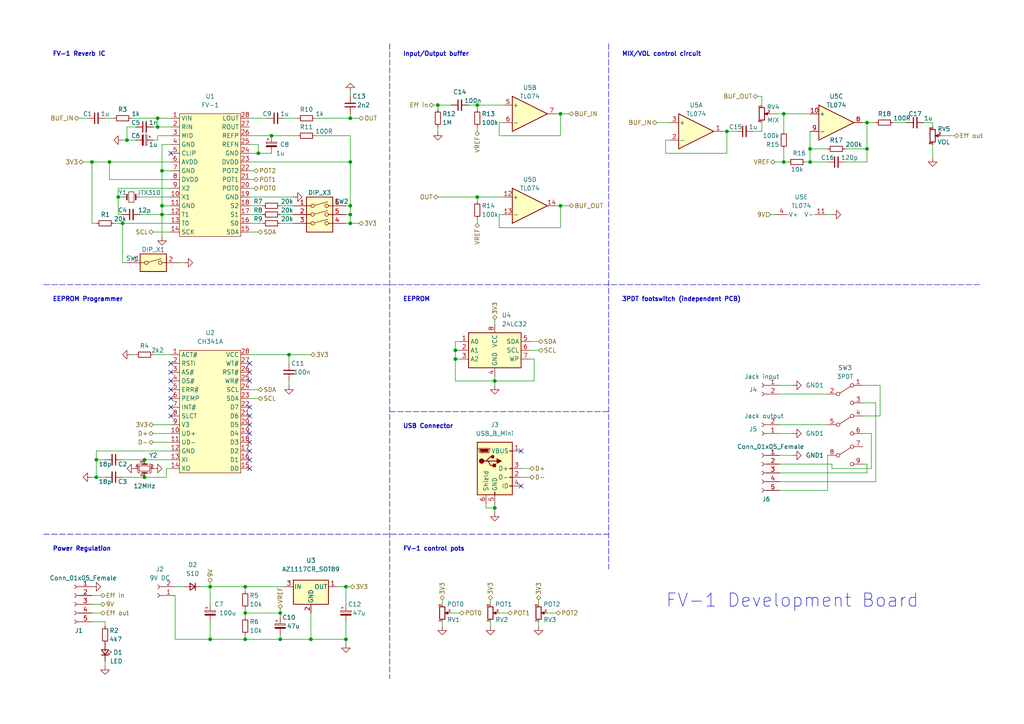
<source format=kicad_sch>
(kicad_sch (version 20211123) (generator eeschema)
  (paper "A4")
  (lib_symbols
    (symbol "Amplifier_Operational:TL074" (pin_names (offset 0.127))
      (property "Reference" "U" (at 0 5.08 0))
      (property "Value" "TL074" (at 0 -5.08 0))
      (symbol "TL074_1_1"
        (pin output line (at 7.62 0 180) (length 2.54) (name "~") (number "1"))
        (pin input line (at -7.62 -2.54 0) (length 2.54) (name "-") (number "2"))
        (pin input line (at -7.62 2.54 0) (length 2.54) (name "+") (number "3"))
      )
      (symbol "TL074_2_1"
        (pin input line (at -7.62 2.54 0) (length 2.54) (name "+") (number "5"))
        (pin input line (at -7.62 -2.54 0) (length 2.54) (name "-") (number "6"))
        (pin output line (at 7.62 0 180) (length 2.54) (name "~") (number "7"))
      )
      (symbol "TL074_3_1"
        (pin input line (at -7.62 2.54 0) (length 2.54) (name "+") (number "10"))
        (pin output line (at 7.62 0 180) (length 2.54) (name "~") (number "8"))
        (pin input line (at -7.62 -2.54 0) (length 2.54) (name "-") (number "9"))
      )
      (symbol "TL074_4_1"
        (pin input line (at -7.62 2.54 0) (length 2.54) (name "+") (number "12"))
        (pin input line (at -7.62 -2.54 0) (length 2.54) (name "-") (number "13"))
        (pin output line (at 7.62 0 180) (length 2.54) (name "~") (number "14"))
      )
      (symbol "TL074_5_1"
        (pin power_in line (at -2.54 -7.62 90) (length 3.81) (name "V-") (number "11"))
        (pin power_in line (at -2.54 7.62 270) (length 3.81) (name "V+") (number "4"))
      )
    )
    (symbol "Connector:Conn_01x02_Female" (pin_names (offset 1.016) hide)
      (property "Reference" "J" (at 0 2.54 0))
      (property "Value" "Conn_01x02_Female" (at 0 -5.08 0))
      (symbol "Conn_01x02_Female_1_1"
        (pin passive line (at -5.08 0 0) (length 3.81) (name "Pin_1") (number "1"))
        (pin passive line (at -5.08 -2.54 0) (length 3.81) (name "Pin_2") (number "2"))
      )
    )
    (symbol "Connector:Conn_01x05_Female" (pin_names (offset 1.016) hide)
      (property "Reference" "J" (at 0 7.62 0))
      (property "Value" "Conn_01x05_Female" (at 0 -7.62 0))
      (symbol "Conn_01x05_Female_1_1"
        (pin passive line (at -5.08 5.08 0) (length 3.81) (name "Pin_1") (number "1"))
        (pin passive line (at -5.08 2.54 0) (length 3.81) (name "Pin_2") (number "2"))
        (pin passive line (at -5.08 0 0) (length 3.81) (name "Pin_3") (number "3"))
        (pin passive line (at -5.08 -2.54 0) (length 3.81) (name "Pin_4") (number "4"))
        (pin passive line (at -5.08 -5.08 0) (length 3.81) (name "Pin_5") (number "5"))
      )
    )
    (symbol "Connector:USB_B_Mini" (pin_names (offset 1.016))
      (property "Reference" "J" (at -5.08 11.43 0))
      (property "Value" "USB_B_Mini" (at -5.08 8.89 0))
      (symbol "USB_B_Mini_1_1"
        (pin power_out line (at 7.62 5.08 180) (length 2.54) (name "VBUS") (number "1"))
        (pin bidirectional line (at 7.62 -2.54 180) (length 2.54) (name "D-") (number "2"))
        (pin bidirectional line (at 7.62 0 180) (length 2.54) (name "D+") (number "3"))
        (pin passive line (at 7.62 -5.08 180) (length 2.54) (name "ID") (number "4"))
        (pin power_out line (at 0 -10.16 90) (length 2.54) (name "GND") (number "5"))
        (pin passive line (at -2.54 -10.16 90) (length 2.54) (name "Shield") (number "6"))
      )
    )
    (symbol "Device:C_Polarized_Small" (pin_numbers hide) (pin_names (offset 0.254) hide)
      (property "Reference" "C" (at 0.254 1.778 0))
      (property "Value" "C_Polarized_Small" (at 0.254 -2.032 0))
      (symbol "C_Polarized_Small_1_1"
        (pin passive line (at 0 2.54 270) (length 1.8542) (name "~") (number "1"))
        (pin passive line (at 0 -2.54 90) (length 1.8542) (name "~") (number "2"))
      )
    )
    (symbol "Device:C_Small" (pin_numbers hide) (pin_names (offset 0.254) hide)
      (property "Reference" "C" (at 0.254 1.778 0))
      (property "Value" "C_Small" (at 0.254 -2.032 0))
      (symbol "C_Small_1_1"
        (pin passive line (at 0 2.54 270) (length 2.032) (name "~") (number "1"))
        (pin passive line (at 0 -2.54 90) (length 2.032) (name "~") (number "2"))
      )
    )
    (symbol "Device:Crystal_GND24_Small" (pin_names (offset 1.016) hide)
      (property "Reference" "Y" (at 1.27 4.445 0))
      (property "Value" "Crystal_GND24_Small" (at 1.27 2.54 0))
      (symbol "Crystal_GND24_Small_1_1"
        (pin passive line (at -2.54 0 0) (length 1.27) (name "1") (number "1"))
        (pin passive line (at 0 -2.54 90) (length 0.635) (name "2") (number "2"))
        (pin passive line (at 2.54 0 180) (length 1.27) (name "3") (number "3"))
        (pin passive line (at 0 2.54 270) (length 0.635) (name "4") (number "4"))
      )
    )
    (symbol "Device:Crystal_Small" (pin_numbers hide) (pin_names (offset 1.016) hide)
      (property "Reference" "Y" (at 0 2.54 0))
      (property "Value" "Crystal_Small" (at 0 -2.54 0))
      (symbol "Crystal_Small_1_1"
        (pin passive line (at -2.54 0 0) (length 1.27) (name "1") (number "1"))
        (pin passive line (at 2.54 0 180) (length 1.27) (name "2") (number "2"))
      )
    )
    (symbol "Device:D_Small" (pin_numbers hide) (pin_names (offset 0.254) hide)
      (property "Reference" "D" (at -1.27 2.032 0))
      (property "Value" "D_Small" (at -3.81 -2.032 0))
      (symbol "D_Small_1_1"
        (pin passive line (at -2.54 0 0) (length 1.778) (name "K") (number "1"))
        (pin passive line (at 2.54 0 180) (length 1.778) (name "A") (number "2"))
      )
    )
    (symbol "Device:LED_Small" (pin_numbers hide) (pin_names (offset 0.254) hide)
      (property "Reference" "D" (at -1.27 3.175 0))
      (property "Value" "LED_Small" (at -4.445 -2.54 0))
      (symbol "LED_Small_1_1"
        (pin passive line (at -2.54 0 0) (length 1.778) (name "K") (number "1"))
        (pin passive line (at 2.54 0 180) (length 1.778) (name "A") (number "2"))
      )
    )
    (symbol "Device:R_Potentiometer_Small" (pin_names (offset 1.016) hide)
      (property "Reference" "RV" (at -4.445 0 90))
      (property "Value" "R_Potentiometer_Small" (at -2.54 0 90))
      (symbol "R_Potentiometer_Small_1_1"
        (pin passive line (at 0 2.54 270) (length 0.635) (name "1") (number "1"))
        (pin passive line (at 2.54 0 180) (length 0.9906) (name "2") (number "2"))
        (pin passive line (at 0 -2.54 90) (length 0.635) (name "3") (number "3"))
      )
    )
    (symbol "Device:R_Small" (pin_numbers hide) (pin_names (offset 0.254) hide)
      (property "Reference" "R" (at 0.762 0.508 0))
      (property "Value" "R_Small" (at 0.762 -1.016 0))
      (symbol "R_Small_1_1"
        (pin passive line (at 0 2.54 270) (length 0.762) (name "~") (number "1"))
        (pin passive line (at 0 -2.54 90) (length 0.762) (name "~") (number "2"))
      )
    )
    (symbol "FV1_Dev_Board_SchemLib:3PDT"
      (property "Reference" "SW" (at 0 16.51 0))
      (property "Value" "3PDT" (at 0 13.97 0))
      (symbol "3PDT_1_1"
        (pin passive line (at 5.08 11.43 180) (length 2.54) (name "") (number "1"))
        (pin passive line (at -5.08 8.89 0) (length 2.54) (name "") (number "2"))
        (pin passive line (at 5.08 6.35 180) (length 2.54) (name "") (number "3"))
        (pin passive line (at 5.08 2.54 180) (length 2.54) (name "") (number "4"))
        (pin passive line (at -5.08 0 0) (length 2.54) (name "") (number "5"))
        (pin passive line (at 5.08 -2.54 180) (length 2.54) (name "") (number "6"))
        (pin passive line (at 5.08 -6.35 180) (length 2.54) (name "") (number "7"))
        (pin passive line (at -5.08 -8.89 0) (length 2.54) (name "") (number "8"))
        (pin passive line (at 5.08 -11.43 180) (length 2.54) (name "") (number "9"))
      )
    )
    (symbol "FV1_Dev_Board_SchemLib:CH341A"
      (property "Reference" "U" (at -7.62 16.51 0))
      (property "Value" "CH341A" (at 0 16.51 0))
      (symbol "CH341A_1_1"
        (pin passive line (at -11.43 13.97 0) (length 2.54) (name "ACT#") (number "1"))
        (pin passive line (at -11.43 -8.89 0) (length 2.54) (name "UD+") (number "10"))
        (pin passive line (at -11.43 -11.43 0) (length 2.54) (name "UD-") (number "11"))
        (pin passive line (at -11.43 -13.97 0) (length 2.54) (name "GND") (number "12"))
        (pin passive line (at -11.43 -16.51 0) (length 2.54) (name "XI") (number "13"))
        (pin passive line (at -11.43 -19.05 0) (length 2.54) (name "XO") (number "14"))
        (pin passive line (at 11.43 -19.05 180) (length 2.54) (name "D0") (number "15"))
        (pin passive line (at 11.43 -16.51 180) (length 2.54) (name "D1") (number "16"))
        (pin passive line (at 11.43 -13.97 180) (length 2.54) (name "D2") (number "17"))
        (pin passive line (at 11.43 -11.43 180) (length 2.54) (name "D3") (number "18"))
        (pin passive line (at 11.43 -8.89 180) (length 2.54) (name "D4") (number "19"))
        (pin passive line (at -11.43 11.43 0) (length 2.54) (name "RSTI") (number "2"))
        (pin passive line (at 11.43 -6.35 180) (length 2.54) (name "D5") (number "20"))
        (pin passive line (at 11.43 -3.81 180) (length 2.54) (name "D6") (number "21"))
        (pin passive line (at 11.43 -1.27 180) (length 2.54) (name "D7") (number "22"))
        (pin passive line (at 11.43 1.27 180) (length 2.54) (name "SDA") (number "23"))
        (pin passive line (at 11.43 3.81 180) (length 2.54) (name "SCL") (number "24"))
        (pin passive line (at 11.43 6.35 180) (length 2.54) (name "WR#") (number "25"))
        (pin passive line (at 11.43 8.89 180) (length 2.54) (name "RST#") (number "26"))
        (pin passive line (at 11.43 11.43 180) (length 2.54) (name "WT#") (number "27"))
        (pin passive line (at 11.43 13.97 180) (length 2.54) (name "VCC") (number "28"))
        (pin passive line (at -11.43 8.89 0) (length 2.54) (name "AS#") (number "3"))
        (pin passive line (at -11.43 6.35 0) (length 2.54) (name "DS#") (number "4"))
        (pin passive line (at -11.43 3.81 0) (length 2.54) (name "ERR#") (number "5"))
        (pin passive line (at -11.43 1.27 0) (length 2.54) (name "PEMP") (number "6"))
        (pin passive line (at -11.43 -1.27 0) (length 2.54) (name "INT#") (number "7"))
        (pin passive line (at -11.43 -3.81 0) (length 2.54) (name "SLCT") (number "8"))
        (pin passive line (at -11.43 -6.35 0) (length 2.54) (name "V3") (number "9"))
      )
    )
    (symbol "FV1_Dev_Board_SchemLib:FV-1"
      (property "Reference" "U" (at -7.62 8.89 0))
      (property "Value" "FV-1" (at 0 8.89 0))
      (symbol "FV-1_1_1"
        (pin passive line (at -11.43 6.35 0) (length 2.54) (name "VIN") (number "1"))
        (pin passive line (at -11.43 -16.51 0) (length 2.54) (name "X1") (number "10"))
        (pin passive line (at -11.43 -19.05 0) (length 2.54) (name "GND") (number "11"))
        (pin passive line (at -11.43 -21.59 0) (length 2.54) (name "T1") (number "12"))
        (pin passive line (at -11.43 -24.13 0) (length 2.54) (name "T0") (number "13"))
        (pin passive line (at -11.43 -26.67 0) (length 2.54) (name "SCK") (number "14"))
        (pin passive line (at 11.43 -26.67 180) (length 2.54) (name "SDA") (number "15"))
        (pin passive line (at 11.43 -24.13 180) (length 2.54) (name "S0") (number "16"))
        (pin passive line (at 11.43 -21.59 180) (length 2.54) (name "S1") (number "17"))
        (pin passive line (at 11.43 -19.05 180) (length 2.54) (name "S2") (number "18"))
        (pin passive line (at 11.43 -16.51 180) (length 2.54) (name "GND") (number "19"))
        (pin passive line (at -11.43 3.81 0) (length 2.54) (name "RIN") (number "2"))
        (pin passive line (at 11.43 -13.97 180) (length 2.54) (name "POT0") (number "20"))
        (pin passive line (at 11.43 -11.43 180) (length 2.54) (name "POT1") (number "21"))
        (pin passive line (at 11.43 -8.89 180) (length 2.54) (name "POT2") (number "22"))
        (pin passive line (at 11.43 -6.35 180) (length 2.54) (name "DVDD") (number "23"))
        (pin passive line (at 11.43 -3.81 180) (length 2.54) (name "GND") (number "24"))
        (pin passive line (at 11.43 -1.27 180) (length 2.54) (name "REFN") (number "25"))
        (pin passive line (at 11.43 1.27 180) (length 2.54) (name "REFP") (number "26"))
        (pin passive line (at 11.43 3.81 180) (length 2.54) (name "ROUT") (number "27"))
        (pin passive line (at 11.43 6.35 180) (length 2.54) (name "LOUT") (number "28"))
        (pin passive line (at -11.43 1.27 0) (length 2.54) (name "MID") (number "3"))
        (pin passive line (at -11.43 -1.27 0) (length 2.54) (name "GND") (number "4"))
        (pin passive line (at -11.43 -3.81 0) (length 2.54) (name "CLIP") (number "5"))
        (pin passive line (at -11.43 -6.35 0) (length 2.54) (name "AVDD") (number "6"))
        (pin passive line (at -11.43 -8.89 0) (length 2.54) (name "GND") (number "7"))
        (pin passive line (at -11.43 -11.43 0) (length 2.54) (name "DVDD") (number "8"))
        (pin passive line (at -11.43 -13.97 0) (length 2.54) (name "X2") (number "9"))
      )
    )
    (symbol "Memory_EEPROM:24LC32"
      (property "Reference" "U" (at -6.35 6.35 0))
      (property "Value" "24LC32" (at 1.27 6.35 0))
      (symbol "24LC32_1_1"
        (pin input line (at -10.16 2.54 0) (length 2.54) (name "A0") (number "1"))
        (pin input line (at -10.16 0 0) (length 2.54) (name "A1") (number "2"))
        (pin input line (at -10.16 -2.54 0) (length 2.54) (name "A2") (number "3"))
        (pin power_in line (at 0 -7.62 90) (length 2.54) (name "GND") (number "4"))
        (pin bidirectional line (at 10.16 2.54 180) (length 2.54) (name "SDA") (number "5"))
        (pin input line (at 10.16 0 180) (length 2.54) (name "SCL") (number "6"))
        (pin input line (at 10.16 -2.54 180) (length 2.54) (name "WP") (number "7"))
        (pin power_in line (at 0 7.62 270) (length 2.54) (name "VCC") (number "8"))
      )
    )
    (symbol "Regulator_Linear:L78L33_SOT89" (pin_names (offset 0.254))
      (property "Reference" "U" (at -3.81 3.175 0))
      (property "Value" "L78L33_SOT89" (at -0.635 3.175 0))
      (symbol "L78L33_SOT89_1_1"
        (pin power_out line (at 7.62 0 180) (length 2.54) (name "OUT") (number "1"))
        (pin power_in line (at 0 -7.62 90) (length 2.54) (name "GND") (number "2"))
        (pin power_in line (at -7.62 0 0) (length 2.54) (name "IN") (number "3"))
      )
    )
    (symbol "Switch:SW_DIP_x01" (pin_names (offset 0) hide)
      (property "Reference" "SW" (at 0 3.81 0))
      (property "Value" "SW_DIP_x01" (at 0 -3.81 0))
      (symbol "SW_DIP_x01_1_1"
        (pin passive line (at -7.62 0 0) (length 5.08) (name "~") (number "1"))
        (pin passive line (at 7.62 0 180) (length 5.08) (name "~") (number "2"))
      )
    )
    (symbol "Switch:SW_DIP_x03" (pin_names (offset 0) hide)
      (property "Reference" "SW" (at 0 8.89 0))
      (property "Value" "SW_DIP_x03" (at 0 -3.81 0))
      (symbol "SW_DIP_x03_1_1"
        (pin passive line (at -7.62 5.08 0) (length 5.08) (name "~") (number "1"))
        (pin passive line (at -7.62 2.54 0) (length 5.08) (name "~") (number "2"))
        (pin passive line (at -7.62 0 0) (length 5.08) (name "~") (number "3"))
        (pin passive line (at 7.62 0 180) (length 5.08) (name "~") (number "4"))
        (pin passive line (at 7.62 2.54 180) (length 5.08) (name "~") (number "5"))
        (pin passive line (at 7.62 5.08 180) (length 5.08) (name "~") (number "6"))
      )
    )
    (symbol "power:GND" (power) (pin_names (offset 0))
      (property "Value" "GND" (at 0 -3.81 0))
      (symbol "GND_1_1"
        (pin power_in line (at 0 0 270) (length 0) hide (name "GND") (number "1"))
      )
    )
    (symbol "power:GND1" (power) (pin_names (offset 0))
      (property "Value" "GND1" (at 0 -3.81 0))
      (symbol "GND1_1_1"
        (pin power_in line (at 0 0 270) (length 0) hide (name "GND1") (number "1"))
      )
    )
  )
  (junction (at 74.93 44.45))
  (junction (at 41.91 133.35))
  (junction (at 138.43 57.15))
  (junction (at 210.82 38.1))
  (junction (at 45.72 34.29))
  (junction (at 41.91 138.43))
  (junction (at 36.83 40.64))
  (junction (at 31.75 46.99))
  (junction (at 234.95 43.18))
  (junction (at 227.33 33.02))
  (junction (at 127 30.48))
  (junction (at 132.08 101.6))
  (junction (at 143.51 147.32))
  (junction (at 71.12 185.42))
  (junction (at 234.95 46.99))
  (junction (at 101.6 46.99))
  (junction (at 162.56 33.02))
  (junction (at 81.28 177.8))
  (junction (at 90.17 185.42))
  (junction (at 71.12 170.18))
  (junction (at 46.99 59.69))
  (junction (at 78.74 39.37))
  (junction (at 60.96 185.42))
  (junction (at 81.28 185.42))
  (junction (at 251.46 35.56))
  (junction (at 101.6 62.23))
  (junction (at 100.33 185.42))
  (junction (at 60.96 170.18))
  (junction (at 26.67 46.99))
  (junction (at 138.43 30.48))
  (junction (at 34.29 57.15))
  (junction (at 100.33 170.18))
  (junction (at 101.6 59.69))
  (junction (at 27.94 138.43))
  (junction (at 143.51 110.49))
  (junction (at 35.56 64.77))
  (junction (at 162.56 59.69))
  (junction (at 101.6 34.29))
  (junction (at 251.46 43.18))
  (junction (at 27.94 133.35))
  (junction (at 83.82 102.87))
  (junction (at 101.6 64.77))
  (junction (at 45.72 36.83))
  (junction (at 46.99 62.23))
  (junction (at 132.08 104.14))
  (junction (at 46.99 49.53))
  (junction (at 227.33 46.99))
  (junction (at 71.12 177.8))
  (no_connect (at 49.53 44.45))
  (no_connect (at 49.53 110.49))
  (no_connect (at 49.53 113.03))
  (no_connect (at 49.53 105.41))
  (no_connect (at 49.53 107.95))
  (no_connect (at 49.53 115.57))
  (no_connect (at 49.53 120.65))
  (no_connect (at 49.53 118.11))
  (no_connect (at 72.39 105.41))
  (no_connect (at 72.39 107.95))
  (no_connect (at 72.39 120.65))
  (no_connect (at 72.39 110.49))
  (no_connect (at 72.39 135.89))
  (no_connect (at 72.39 118.11))
  (no_connect (at 72.39 133.35))
  (no_connect (at 72.39 123.19))
  (no_connect (at 72.39 125.73))
  (no_connect (at 72.39 128.27))
  (no_connect (at 72.39 130.81))
  (no_connect (at 151.13 140.97))
  (no_connect (at 151.13 130.81))
  (wire (pts (xy 252.73 135.89) (xy 252.73 125.73)))
  (wire (pts (xy 100.33 64.77) (xy 101.6 64.77)))
  (wire (pts (xy 36.83 76.2) (xy 35.56 76.2)))
  (wire (pts (xy 101.6 46.99) (xy 101.6 59.69)))
  (wire (pts (xy 101.6 59.69) (xy 101.6 62.23)))
  (wire (pts (xy 34.29 54.61) (xy 34.29 57.15)))
  (wire (pts (xy 81.28 64.77) (xy 85.09 64.77)))
  (wire (pts (xy 35.56 133.35) (xy 41.91 133.35)))
  (wire (pts (xy 233.68 46.99) (xy 234.95 46.99)))
  (wire (pts (xy 226.06 114.3) (xy 240.03 114.3)))
  (wire (pts (xy 49.53 135.89) (xy 48.26 135.89)))
  (wire (pts (xy 138.43 57.15) (xy 146.05 57.15)))
  (wire (pts (xy 97.79 170.18) (xy 100.33 170.18)))
  (wire (pts (xy 72.39 41.91) (xy 74.93 41.91)))
  (wire (pts (xy 143.51 110.49) (xy 143.51 111.76)))
  (wire (pts (xy 60.96 185.42) (xy 71.12 185.42)))
  (wire (pts (xy 72.39 54.61) (xy 73.66 54.61)))
  (wire (pts (xy 27.94 138.43) (xy 30.48 138.43)))
  (wire (pts (xy 153.67 101.6) (xy 156.21 101.6)))
  (wire (pts (xy 142.24 173.99) (xy 142.24 175.26)))
  (wire (pts (xy 81.28 59.69) (xy 85.09 59.69)))
  (wire (pts (xy 49.53 39.37) (xy 45.72 39.37)))
  (wire (pts (xy 52.07 76.2) (xy 53.34 76.2)))
  (wire (pts (xy 72.39 34.29) (xy 77.47 34.29)))
  (wire (pts (xy 259.08 35.56) (xy 262.89 35.56)))
  (wire (pts (xy 45.72 36.83) (xy 49.53 36.83)))
  (wire (pts (xy 30.48 180.34) (xy 30.48 181.61)))
  (wire (pts (xy 72.39 59.69) (xy 76.2 59.69)))
  (wire (pts (xy 252.73 125.73) (xy 250.19 125.73)))
  (wire (pts (xy 241.3 134.62) (xy 241.3 135.89)))
  (wire (pts (xy 46.99 62.23) (xy 46.99 59.69)))
  (wire (pts (xy 194.31 40.64) (xy 193.04 40.64)))
  (wire (pts (xy 81.28 177.8) (xy 81.28 179.07)))
  (wire (pts (xy 83.82 102.87) (xy 90.17 102.87)))
  (wire (pts (xy 132.08 104.14) (xy 132.08 110.49)))
  (wire (pts (xy 135.89 30.48) (xy 138.43 30.48)))
  (wire (pts (xy 220.98 35.56) (xy 220.98 38.1)))
  (wire (pts (xy 127 36.83) (xy 127 38.1)))
  (wire (pts (xy 34.29 57.15) (xy 34.29 62.23)))
  (wire (pts (xy 146.05 35.56) (xy 144.78 35.56)))
  (wire (pts (xy 71.12 170.18) (xy 71.12 171.45)))
  (wire (pts (xy 91.44 39.37) (xy 101.6 39.37)))
  (wire (pts (xy 219.71 27.94) (xy 220.98 27.94)))
  (wire (pts (xy 101.6 39.37) (xy 101.6 46.99)))
  (wire (pts (xy 72.39 102.87) (xy 83.82 102.87)))
  (wire (pts (xy 251.46 43.18) (xy 251.46 35.56)))
  (wire (pts (xy 27.94 130.81) (xy 27.94 133.35)))
  (polyline (pts (xy 113.03 119.38) (xy 176.53 119.38)))
  (wire (pts (xy 245.11 46.99) (xy 251.46 46.99)))
  (wire (pts (xy 72.39 62.23) (xy 76.2 62.23)))
  (wire (pts (xy 144.78 62.23) (xy 144.78 66.04)))
  (wire (pts (xy 45.72 34.29) (xy 49.53 34.29)))
  (wire (pts (xy 100.33 170.18) (xy 100.33 175.26)))
  (wire (pts (xy 162.56 33.02) (xy 165.1 33.02)))
  (wire (pts (xy 151.13 135.89) (xy 153.67 135.89)))
  (wire (pts (xy 270.51 45.72) (xy 270.51 41.91)))
  (wire (pts (xy 58.42 170.18) (xy 60.96 170.18)))
  (wire (pts (xy 72.39 113.03) (xy 74.93 113.03)))
  (wire (pts (xy 48.26 135.89) (xy 48.26 138.43)))
  (wire (pts (xy 35.56 64.77) (xy 49.53 64.77)))
  (polyline (pts (xy 12.7 154.94) (xy 176.53 154.94)))
  (wire (pts (xy 35.56 64.77) (xy 35.56 76.2)))
  (wire (pts (xy 142.24 181.61) (xy 142.24 180.34)))
  (wire (pts (xy 241.3 62.23) (xy 240.03 62.23)))
  (wire (pts (xy 24.13 46.99) (xy 26.67 46.99)))
  (wire (pts (xy 60.96 180.34) (xy 60.96 185.42)))
  (wire (pts (xy 223.52 33.02) (xy 227.33 33.02)))
  (wire (pts (xy 60.96 170.18) (xy 71.12 170.18)))
  (wire (pts (xy 101.6 34.29) (xy 104.14 34.29)))
  (wire (pts (xy 138.43 30.48) (xy 138.43 31.75)))
  (wire (pts (xy 44.45 128.27) (xy 49.53 128.27)))
  (wire (pts (xy 27.94 133.35) (xy 27.94 138.43)))
  (wire (pts (xy 209.55 38.1) (xy 210.82 38.1)))
  (wire (pts (xy 72.39 39.37) (xy 78.74 39.37)))
  (wire (pts (xy 128.27 173.99) (xy 128.27 175.26)))
  (wire (pts (xy 50.8 185.42) (xy 60.96 185.42)))
  (wire (pts (xy 72.39 46.99) (xy 101.6 46.99)))
  (wire (pts (xy 143.51 92.71) (xy 143.51 93.98)))
  (wire (pts (xy 273.05 39.37) (xy 276.86 39.37)))
  (polyline (pts (xy 176.53 12.7) (xy 176.53 165.1)))
  (wire (pts (xy 127 30.48) (xy 130.81 30.48)))
  (wire (pts (xy 44.45 36.83) (xy 45.72 36.83)))
  (wire (pts (xy 101.6 26.67) (xy 101.6 27.94)))
  (wire (pts (xy 210.82 44.45) (xy 210.82 38.1)))
  (wire (pts (xy 30.48 34.29) (xy 33.02 34.29)))
  (wire (pts (xy 46.99 68.58) (xy 46.99 62.23)))
  (wire (pts (xy 72.39 115.57) (xy 74.93 115.57)))
  (wire (pts (xy 49.53 54.61) (xy 34.29 54.61)))
  (wire (pts (xy 46.99 59.69) (xy 46.99 49.53)))
  (wire (pts (xy 26.67 138.43) (xy 27.94 138.43)))
  (wire (pts (xy 270.51 36.83) (xy 270.51 35.56)))
  (wire (pts (xy 151.13 138.43) (xy 153.67 138.43)))
  (wire (pts (xy 35.56 138.43) (xy 41.91 138.43)))
  (wire (pts (xy 146.05 62.23) (xy 144.78 62.23)))
  (wire (pts (xy 220.98 27.94) (xy 220.98 30.48)))
  (wire (pts (xy 125.73 30.48) (xy 127 30.48)))
  (wire (pts (xy 49.53 59.69) (xy 46.99 59.69)))
  (wire (pts (xy 132.08 101.6) (xy 132.08 104.14)))
  (wire (pts (xy 100.33 180.34) (xy 100.33 185.42)))
  (wire (pts (xy 132.08 104.14) (xy 133.35 104.14)))
  (wire (pts (xy 81.28 185.42) (xy 81.28 184.15)))
  (wire (pts (xy 241.3 135.89) (xy 252.73 135.89)))
  (wire (pts (xy 224.79 46.99) (xy 227.33 46.99)))
  (wire (pts (xy 100.33 186.69) (xy 100.33 185.42)))
  (wire (pts (xy 34.29 57.15) (xy 35.56 57.15)))
  (wire (pts (xy 226.06 139.7) (xy 254 139.7)))
  (wire (pts (xy 193.04 44.45) (xy 210.82 44.45)))
  (wire (pts (xy 29.21 177.8) (xy 26.67 177.8)))
  (wire (pts (xy 226.06 125.73) (xy 229.87 125.73)))
  (wire (pts (xy 138.43 64.77) (xy 138.43 63.5)))
  (wire (pts (xy 162.56 39.37) (xy 162.56 33.02)))
  (wire (pts (xy 251.46 137.16) (xy 251.46 134.62)))
  (wire (pts (xy 74.93 44.45) (xy 78.74 44.45)))
  (wire (pts (xy 133.35 177.8) (xy 130.81 177.8)))
  (wire (pts (xy 140.97 147.32) (xy 143.51 147.32)))
  (wire (pts (xy 49.53 41.91) (xy 46.99 41.91)))
  (wire (pts (xy 39.37 36.83) (xy 36.83 36.83)))
  (wire (pts (xy 143.51 146.05) (xy 143.51 147.32)))
  (wire (pts (xy 45.72 39.37) (xy 45.72 40.64)))
  (wire (pts (xy 162.56 66.04) (xy 162.56 59.69)))
  (wire (pts (xy 81.28 176.53) (xy 81.28 177.8)))
  (wire (pts (xy 132.08 101.6) (xy 133.35 101.6)))
  (wire (pts (xy 226.06 111.76) (xy 229.87 111.76)))
  (wire (pts (xy 83.82 111.76) (xy 83.82 110.49)))
  (wire (pts (xy 226.06 134.62) (xy 241.3 134.62)))
  (wire (pts (xy 30.48 193.04) (xy 30.48 191.77)))
  (wire (pts (xy 91.44 34.29) (xy 101.6 34.29)))
  (wire (pts (xy 250.19 120.65) (xy 255.27 120.65)))
  (wire (pts (xy 30.48 133.35) (xy 27.94 133.35)))
  (wire (pts (xy 38.1 34.29) (xy 45.72 34.29)))
  (wire (pts (xy 26.67 64.77) (xy 26.67 46.99)))
  (wire (pts (xy 82.55 34.29) (xy 86.36 34.29)))
  (wire (pts (xy 90.17 185.42) (xy 81.28 185.42)))
  (wire (pts (xy 101.6 62.23) (xy 101.6 64.77)))
  (wire (pts (xy 81.28 62.23) (xy 85.09 62.23)))
  (wire (pts (xy 60.96 168.91) (xy 60.96 170.18)))
  (wire (pts (xy 133.35 99.06) (xy 132.08 99.06)))
  (wire (pts (xy 154.94 104.14) (xy 154.94 110.49)))
  (wire (pts (xy 227.33 43.18) (xy 227.33 46.99)))
  (wire (pts (xy 245.11 43.18) (xy 251.46 43.18)))
  (wire (pts (xy 72.39 64.77) (xy 76.2 64.77)))
  (wire (pts (xy 240.03 142.24) (xy 226.06 142.24)))
  (wire (pts (xy 44.45 40.64) (xy 45.72 40.64)))
  (wire (pts (xy 227.33 33.02) (xy 227.33 38.1)))
  (wire (pts (xy 147.32 177.8) (xy 144.78 177.8)))
  (wire (pts (xy 36.83 40.64) (xy 39.37 40.64)))
  (wire (pts (xy 223.52 62.23) (xy 224.79 62.23)))
  (wire (pts (xy 162.56 59.69) (xy 165.1 59.69)))
  (wire (pts (xy 240.03 132.08) (xy 240.03 142.24)))
  (wire (pts (xy 72.39 57.15) (xy 85.09 57.15)))
  (wire (pts (xy 46.99 49.53) (xy 49.53 49.53)))
  (wire (pts (xy 71.12 177.8) (xy 81.28 177.8)))
  (wire (pts (xy 153.67 104.14) (xy 154.94 104.14)))
  (wire (pts (xy 161.29 177.8) (xy 158.75 177.8)))
  (wire (pts (xy 49.53 130.81) (xy 27.94 130.81)))
  (wire (pts (xy 153.67 99.06) (xy 156.21 99.06)))
  (wire (pts (xy 213.36 38.1) (xy 210.82 38.1)))
  (wire (pts (xy 31.75 52.07) (xy 49.53 52.07)))
  (wire (pts (xy 254 139.7) (xy 254 116.84)))
  (wire (pts (xy 146.05 30.48) (xy 138.43 30.48)))
  (wire (pts (xy 101.6 33.02) (xy 101.6 34.29)))
  (wire (pts (xy 161.29 33.02) (xy 162.56 33.02)))
  (wire (pts (xy 71.12 179.07) (xy 71.12 177.8)))
  (wire (pts (xy 100.33 170.18) (xy 101.6 170.18)))
  (wire (pts (xy 50.8 170.18) (xy 53.34 170.18)))
  (wire (pts (xy 44.45 102.87) (xy 49.53 102.87)))
  (wire (pts (xy 71.12 170.18) (xy 82.55 170.18)))
  (polyline (pts (xy 12.7 82.55) (xy 284.48 82.55)))
  (wire (pts (xy 45.72 34.29) (xy 45.72 36.83)))
  (wire (pts (xy 71.12 184.15) (xy 71.12 185.42)))
  (wire (pts (xy 251.46 134.62) (xy 250.19 134.62)))
  (wire (pts (xy 78.74 39.37) (xy 86.36 39.37)))
  (wire (pts (xy 226.06 132.08) (xy 229.87 132.08)))
  (wire (pts (xy 38.1 102.87) (xy 39.37 102.87)))
  (wire (pts (xy 72.39 49.53) (xy 73.66 49.53)))
  (wire (pts (xy 128.27 181.61) (xy 128.27 180.34)))
  (wire (pts (xy 29.21 172.72) (xy 26.67 172.72)))
  (wire (pts (xy 44.45 123.19) (xy 49.53 123.19)))
  (wire (pts (xy 35.56 40.64) (xy 36.83 40.64)))
  (wire (pts (xy 40.64 62.23) (xy 46.99 62.23)))
  (wire (pts (xy 83.82 102.87) (xy 83.82 105.41)))
  (wire (pts (xy 72.39 44.45) (xy 74.93 44.45)))
  (wire (pts (xy 26.67 180.34) (xy 30.48 180.34)))
  (wire (pts (xy 251.46 35.56) (xy 254 35.56)))
  (wire (pts (xy 27.94 64.77) (xy 26.67 64.77)))
  (wire (pts (xy 44.45 67.31) (xy 49.53 67.31)))
  (wire (pts (xy 162.56 59.69) (xy 161.29 59.69)))
  (wire (pts (xy 49.53 62.23) (xy 46.99 62.23)))
  (wire (pts (xy 226.06 137.16) (xy 251.46 137.16)))
  (wire (pts (xy 40.64 57.15) (xy 49.53 57.15)))
  (wire (pts (xy 143.51 147.32) (xy 143.51 148.59)))
  (wire (pts (xy 193.04 40.64) (xy 193.04 44.45)))
  (wire (pts (xy 35.56 62.23) (xy 34.29 62.23)))
  (wire (pts (xy 144.78 66.04) (xy 162.56 66.04)))
  (wire (pts (xy 250.19 111.76) (xy 255.27 111.76)))
  (wire (pts (xy 22.86 34.29) (xy 25.4 34.29)))
  (wire (pts (xy 33.02 64.77) (xy 35.56 64.77)))
  (wire (pts (xy 31.75 46.99) (xy 31.75 52.07)))
  (wire (pts (xy 227.33 46.99) (xy 228.6 46.99)))
  (wire (pts (xy 44.45 125.73) (xy 49.53 125.73)))
  (wire (pts (xy 127 57.15) (xy 138.43 57.15)))
  (wire (pts (xy 234.95 43.18) (xy 240.03 43.18)))
  (wire (pts (xy 143.51 110.49) (xy 143.51 109.22)))
  (wire (pts (xy 234.95 43.18) (xy 234.95 46.99)))
  (wire (pts (xy 90.17 177.8) (xy 90.17 185.42)))
  (wire (pts (xy 251.46 43.18) (xy 251.46 46.99)))
  (wire (pts (xy 132.08 99.06) (xy 132.08 101.6)))
  (wire (pts (xy 71.12 185.42) (xy 81.28 185.42)))
  (wire (pts (xy 41.91 138.43) (xy 48.26 138.43)))
  (wire (pts (xy 143.51 110.49) (xy 154.94 110.49)))
  (wire (pts (xy 227.33 33.02) (xy 234.95 33.02)))
  (wire (pts (xy 74.93 41.91) (xy 74.93 44.45)))
  (wire (pts (xy 46.99 41.91) (xy 46.99 49.53)))
  (wire (pts (xy 255.27 111.76) (xy 255.27 120.65)))
  (wire (pts (xy 29.21 175.26) (xy 26.67 175.26)))
  (wire (pts (xy 132.08 110.49) (xy 143.51 110.49)))
  (wire (pts (xy 60.96 170.18) (xy 60.96 175.26)))
  (wire (pts (xy 36.83 36.83) (xy 36.83 40.64)))
  (polyline (pts (xy 113.03 12.7) (xy 113.03 196.85)))
  (wire (pts (xy 50.8 172.72) (xy 50.8 185.42)))
  (wire (pts (xy 140.97 146.05) (xy 140.97 147.32)))
  (wire (pts (xy 156.21 173.99) (xy 156.21 175.26)))
  (wire (pts (xy 144.78 35.56) (xy 144.78 39.37)))
  (wire (pts (xy 26.67 46.99) (xy 31.75 46.99)))
  (wire (pts (xy 71.12 176.53) (xy 71.12 177.8)))
  (wire (pts (xy 101.6 64.77) (xy 104.14 64.77)))
  (wire (pts (xy 72.39 52.07) (xy 73.66 52.07)))
  (wire (pts (xy 190.5 35.56) (xy 194.31 35.56)))
  (wire (pts (xy 250.19 35.56) (xy 251.46 35.56)))
  (wire (pts (xy 156.21 181.61) (xy 156.21 180.34)))
  (wire (pts (xy 138.43 57.15) (xy 138.43 58.42)))
  (wire (pts (xy 41.91 133.35) (xy 49.53 133.35)))
  (wire (pts (xy 72.39 67.31) (xy 74.93 67.31)))
  (wire (pts (xy 144.78 39.37) (xy 162.56 39.37)))
  (wire (pts (xy 127 30.48) (xy 127 31.75)))
  (wire (pts (xy 218.44 38.1) (xy 220.98 38.1)))
  (wire (pts (xy 100.33 185.42) (xy 90.17 185.42)))
  (wire (pts (xy 226.06 123.19) (xy 240.03 123.19)))
  (wire (pts (xy 250.19 116.84) (xy 254 116.84)))
  (wire (pts (xy 100.33 59.69) (xy 101.6 59.69)))
  (wire (pts (xy 49.53 46.99) (xy 31.75 46.99)))
  (wire (pts (xy 267.97 35.56) (xy 270.51 35.56)))
  (wire (pts (xy 100.33 62.23) (xy 101.6 62.23)))
  (wire (pts (xy 234.95 46.99) (xy 240.03 46.99)))
  (wire (pts (xy 234.95 38.1) (xy 234.95 43.18)))
  (wire (pts (xy 138.43 38.1) (xy 138.43 36.83)))
  (text "USB Connector" (at 116.84 124.46 0) (effects (font (size 1.27 1.27) (thickness 0.254) bold) (justify left bottom)))
  (text "EEPROM" (at 116.84 87.63 0) (effects (font (size 1.27 1.27) (thickness 0.254) bold) (justify left bottom)))
  (text "3PDT footswitch (independent PCB)" (at 180.34 87.63 0) (effects (font (size 1.27 1.27) (thickness 0.254) bold) (justify left bottom)))
  (text "FV-1 Reverb IC" (at 15.24 16.51 0) (effects (font (size 1.27 1.27) (thickness 0.254) bold) (justify left bottom)))
  (text "MIX/VOL control circuit" (at 180.34 16.51 0) (effects (font (size 1.27 1.27) (thickness 0.254) bold) (justify left bottom)))
  (text "FV-1 control pots" (at 116.84 160.02 0) (effects (font (size 1.27 1.27) (thickness 0.254) bold) (justify left bottom)))
  (text "EEPROM Programmer" (at 15.24 87.63 0) (effects (font (size 1.27 1.27) (thickness 0.254) bold) (justify left bottom)))
  (text "FV-1 Development Board\n" (at 193.04 176.53 0) (effects (font (size 3.81 3.81)) (justify left bottom)))
  (text "Input/Output buffer" (at 116.84 16.51 0) (effects (font (size 1.27 1.27) (thickness 0.254) bold) (justify left bottom)))
  (text "Power Regulation" (at 15.24 160.02 0) (effects (font (size 1.27 1.27) (thickness 0.254) bold) (justify left bottom)))
  (hierarchical_label "3V3" (shape bidirectional) (at 24.13 46.99 180))
  (hierarchical_label "3V3" (shape bidirectional) (at 44.45 123.19 180))
  (hierarchical_label "OUT" (shape bidirectional) (at 127 57.15 180))
  (hierarchical_label "3V3" (shape bidirectional) (at 156.21 173.99 90))
  (hierarchical_label "3V3" (shape bidirectional) (at 142.24 173.99 90))
  (hierarchical_label "3V3" (shape bidirectional) (at 104.14 64.77 0))
  (hierarchical_label "OUT" (shape bidirectional) (at 104.14 34.29 0))
  (hierarchical_label "3V3" (shape bidirectional) (at 128.27 173.99 90))
  (hierarchical_label "SDA" (shape bidirectional) (at 156.21 99.06 0))
  (hierarchical_label "Eff in" (shape bidirectional) (at 125.73 30.48 180))
  (hierarchical_label "BUF_OUT" (shape bidirectional) (at 165.1 59.69 0))
  (hierarchical_label "3V3" (shape bidirectional) (at 101.6 170.18 0))
  (hierarchical_label "POT1" (shape bidirectional) (at 73.66 52.07 0))
  (hierarchical_label "SCL" (shape bidirectional) (at 74.93 115.57 0))
  (hierarchical_label "BUF_OUT" (shape bidirectional) (at 219.71 27.94 180))
  (hierarchical_label "POT2" (shape bidirectional) (at 161.29 177.8 0))
  (hierarchical_label "SCL" (shape bidirectional) (at 156.21 101.6 0))
  (hierarchical_label "POT1" (shape bidirectional) (at 147.32 177.8 0))
  (hierarchical_label "VREF" (shape bidirectional) (at 138.43 64.77 270))
  (hierarchical_label "D+" (shape bidirectional) (at 44.45 125.73 180))
  (hierarchical_label "POT2" (shape bidirectional) (at 73.66 49.53 0))
  (hierarchical_label "SCL" (shape bidirectional) (at 44.45 67.31 180))
  (hierarchical_label "3V3" (shape bidirectional) (at 143.51 92.71 90))
  (hierarchical_label "3V3" (shape bidirectional) (at 90.17 102.87 0))
  (hierarchical_label "VREF" (shape bidirectional) (at 224.79 46.99 180))
  (hierarchical_label "VREF" (shape bidirectional) (at 81.28 176.53 90))
  (hierarchical_label "BUF_IN" (shape bidirectional) (at 190.5 35.56 180))
  (hierarchical_label "9V" (shape input) (at 223.52 62.23 180))
  (hierarchical_label "D+" (shape bidirectional) (at 153.67 135.89 0))
  (hierarchical_label "BUF_IN" (shape bidirectional) (at 165.1 33.02 0))
  (hierarchical_label "SDA" (shape bidirectional) (at 74.93 113.03 0))
  (hierarchical_label "POT0" (shape bidirectional) (at 73.66 54.61 0))
  (hierarchical_label "POT0" (shape bidirectional) (at 133.35 177.8 0))
  (hierarchical_label "BUF_IN" (shape bidirectional) (at 22.86 34.29 180))
  (hierarchical_label "D-" (shape bidirectional) (at 153.67 138.43 0))
  (hierarchical_label "9V" (shape bidirectional) (at 29.21 175.26 0))
  (hierarchical_label "Eff out" (shape bidirectional) (at 29.21 177.8 0))
  (hierarchical_label "VREF" (shape bidirectional) (at 138.43 38.1 270))
  (hierarchical_label "9V" (shape bidirectional) (at 60.96 168.91 90))
  (hierarchical_label "SDA" (shape bidirectional) (at 74.93 67.31 0))
  (hierarchical_label "Eff out" (shape bidirectional) (at 276.86 39.37 0))
  (hierarchical_label "D-" (shape bidirectional) (at 44.45 128.27 180))
  (hierarchical_label "Eff in" (shape bidirectional) (at 29.21 172.72 0))
  (symbol (lib_id "power:GND") (at 46.99 68.58 0) (unit 1)
    (property "Reference" "#PWR08" (effects hide))
    (property "Value" "GND" (effects hide))
  )
  (symbol (lib_id "power:GND1") (at 229.87 125.73 90) (unit 1)
    (property "Reference" "#PWR021" (effects hide))
    (property "Value" "GND1" (at 233.68 125.7299 90) (effects (justify right)))
  )
  (symbol (lib_id "power:GND") (at 85.09 57.15 90) (unit 1)
    (property "Reference" "#PWR011" (effects hide))
    (property "Value" "GND" (effects hide))
  )
  (symbol (lib_id "power:GND") (at 30.48 193.04 0) (unit 1)
    (property "Reference" "#PWR03" (effects hide))
    (property "Value" "GND" (effects hide))
  )
  (symbol (lib_id "Device:R_Small") (at 127 34.29 180) (unit 1)
    (property "Reference" "R12" (at 128.27 33.02 0) (effects (justify right)))
    (property "Value" "1M" (at 128.27 35.56 0) (effects (justify right)))
    (property "Footprint" "Resistor_SMD:R_0603_1608Metric_Pad0.98x0.95mm_HandSolder" (effects hide))
  )
  (symbol (lib_id "Device:Crystal_GND24_Small") (at 41.91 135.89 90) (unit 1)
    (property "Reference" "Y2" (at 44.45 132.08 90))
    (property "Value" "12MHz" (at 41.91 140.97 90))
    (property "Footprint" "Crystal:Crystal_SMD_Abracon_ABM8G-4Pin_3.2x2.5mm" (effects hide))
  )
  (symbol (lib_id "Connector:Conn_01x02_Female") (at 220.98 125.73 180) (unit 1)
    (property "Reference" "J5" (at 218.44 124.46 0))
    (property "Value" "Jack output" (at 221.615 120.65 0))
    (property "Footprint" "Connector_PinHeader_2.54mm:PinHeader_1x02_P2.54mm_Vertical" (effects hide))
  )
  (symbol (lib_id "Device:C_Small") (at 133.35 30.48 90) (unit 1)
    (property "Reference" "C14" (at 133.35 26.67 90))
    (property "Value" "100n" (at 137.16 29.21 90))
    (property "Footprint" "Capacitor_SMD:C_0603_1608Metric_Pad1.08x0.95mm_HandSolder" (effects hide))
  )
  (symbol (lib_id "Device:R_Small") (at 78.74 62.23 270) (unit 1)
    (property "Reference" "R8" (at 76.2 60.96 90) (effects (justify right)))
    (property "Value" "20k" (at 85.09 60.96 90) (effects (justify right)))
    (property "Footprint" "Resistor_SMD:R_0603_1608Metric_Pad0.98x0.95mm_HandSolder" (effects hide))
  )
  (symbol (lib_id "power:GND") (at 26.67 138.43 270) (unit 1)
    (property "Reference" "#PWR01" (effects hide))
    (property "Value" "GND" (effects hide))
  )
  (symbol (lib_id "power:GND") (at 53.34 76.2 90) (unit 1)
    (property "Reference" "#PWR09" (effects hide))
    (property "Value" "GND" (effects hide))
  )
  (symbol (lib_id "Device:R_Small") (at 242.57 43.18 90) (unit 1)
    (property "Reference" "R17" (at 242.57 40.64 90))
    (property "Value" "200k" (at 247.65 41.91 90))
    (property "Footprint" "Resistor_SMD:R_0603_1608Metric_Pad0.98x0.95mm_HandSolder" (effects hide))
  )
  (symbol (lib_id "Device:C_Small") (at 242.57 46.99 90) (unit 1)
    (property "Reference" "C16" (at 240.03 45.72 90))
    (property "Value" "120p" (at 246.38 45.72 90))
    (property "Footprint" "Capacitor_SMD:C_0603_1608Metric_Pad1.08x0.95mm_HandSolder" (effects hide))
  )
  (symbol (lib_id "power:GND") (at 100.33 186.69 0) (unit 1)
    (property "Reference" "#PWR012" (effects hide))
    (property "Value" "GND" (effects hide))
  )
  (symbol (lib_id "Connector:Conn_01x02_Female") (at 220.98 111.76 0) (mirror y) (unit 1)
    (property "Reference" "J4" (at 218.44 113.03 0))
    (property "Value" "Jack input" (at 220.98 109.22 0))
    (property "Footprint" "Connector_PinHeader_2.54mm:PinHeader_1x02_P2.54mm_Vertical" (effects hide))
  )
  (symbol (lib_id "Device:R_Potentiometer_Small") (at 142.24 177.8 0) (mirror x) (unit 1)
    (property "Reference" "RV2" (at 147.4233 179.7544 0) (effects (justify right)))
    (property "Value" "POT1" (at 148.59 175.26 0) (effects (justify right)))
    (property "Footprint" "Potentiometer_THT:Potentiometer_Omeg_PC16BU_Vertical" (effects hide))
  )
  (symbol (lib_id "Device:C_Small") (at 215.9 38.1 90) (unit 1)
    (property "Reference" "C15" (at 213.36 36.83 90))
    (property "Value" "1u" (at 218.44 36.83 90))
    (property "Footprint" "Capacitor_SMD:C_0603_1608Metric_Pad1.08x0.95mm_HandSolder" (effects hide))
  )
  (symbol (lib_id "Device:R_Small") (at 227.33 40.64 0) (unit 1)
    (property "Reference" "R15" (at 226.06 41.91 0) (effects (justify right)))
    (property "Value" "100k" (at 226.06 39.37 0) (effects (justify right)))
    (property "Footprint" "Resistor_SMD:R_0603_1608Metric_Pad0.98x0.95mm_HandSolder" (effects hide))
  )
  (symbol (lib_id "Device:C_Polarized_Small") (at 81.28 181.61 0) (unit 1)
    (property "Reference" "C10" (at 83.82 179.07 0))
    (property "Value" "47u" (at 85.09 181.61 0))
    (property "Footprint" "Capacitor_Tantalum_SMD:CP_EIA-6032-28_Kemet-C_Pad2.25x2.35mm_HandSolder" (effects hide))
  )
  (symbol (lib_id "Device:C_Small") (at 41.91 36.83 90) (unit 1)
    (property "Reference" "C5" (at 39.37 35.56 90))
    (property "Value" "1n" (at 44.45 35.56 90))
    (property "Footprint" "Capacitor_SMD:C_0805_2012Metric_Pad1.18x1.45mm_HandSolder" (effects hide))
  )
  (symbol (lib_id "Device:C_Small") (at 27.94 34.29 90) (unit 1)
    (property "Reference" "C1" (at 25.4 33.02 90))
    (property "Value" "1u" (at 30.48 33.02 90))
    (property "Footprint" "Capacitor_SMD:C_0603_1608Metric_Pad1.08x0.95mm_HandSolder" (effects hide))
  )
  (symbol (lib_id "Device:C_Small") (at 101.6 30.48 180) (unit 1)
    (property "Reference" "C13" (at 104.14 27.94 0))
    (property "Value" "2n2" (at 105.41 30.48 0))
    (property "Footprint" "Capacitor_SMD:C_0805_2012Metric_Pad1.18x1.45mm_HandSolder" (effects hide))
  )
  (symbol (lib_id "power:GND") (at 143.51 111.76 0) (unit 1)
    (property "Reference" "#PWR017" (effects hide))
    (property "Value" "GND" (effects hide))
  )
  (symbol (lib_id "Device:R_Small") (at 78.74 59.69 270) (unit 1)
    (property "Reference" "R7" (at 76.2 58.42 90) (effects (justify right)))
    (property "Value" "20k" (at 85.09 58.42 90) (effects (justify right)))
    (property "Footprint" "Resistor_SMD:R_0603_1608Metric_Pad0.98x0.95mm_HandSolder" (effects hide))
  )
  (symbol (lib_id "Device:C_Polarized_Small") (at 60.96 177.8 0) (unit 1)
    (property "Reference" "C7" (at 63.5 175.26 0))
    (property "Value" "100u" (at 66.04 177.8 0))
    (property "Footprint" "Capacitor_Tantalum_SMD:CP_EIA-7343-20_Kemet-V_Pad2.25x2.55mm_HandSolder" (effects hide))
  )
  (symbol (lib_id "Switch:SW_DIP_x01") (at 44.45 76.2 0) (unit 1)
    (property "Reference" "SW1" (at 38.5525 74.9299 0))
    (property "Value" "DIP_X1" (at 44.45 72.39 0))
    (property "Footprint" "Button_Switch_THT:SW_DIP_SPSTx01_Slide_9.78x4.72mm_W7.62mm_P2.54mm" (effects hide))
  )
  (symbol (lib_id "power:GND") (at 101.6 26.67 180) (unit 1)
    (property "Reference" "#PWR013" (effects hide))
    (property "Value" "GND" (effects hide))
  )
  (symbol (lib_id "power:GND1") (at 229.87 132.08 90) (unit 1)
    (property "Reference" "#PWR022" (effects hide))
    (property "Value" "GND1" (at 233.68 132.0799 90) (effects (justify right)))
  )
  (symbol (lib_id "power:GND") (at 38.1 102.87 270) (unit 1)
    (property "Reference" "#PWR05" (effects hide))
    (property "Value" "GND" (effects hide))
  )
  (symbol (lib_id "power:GND") (at 270.51 45.72 0) (unit 1)
    (property "Reference" "#PWR024" (effects hide))
    (property "Value" "GND" (effects hide))
  )
  (symbol (lib_id "power:GND") (at 83.82 111.76 0) (unit 1)
    (property "Reference" "#PWR010" (effects hide))
    (property "Value" "GND" (effects hide))
  )
  (symbol (lib_id "power:GND") (at 44.45 135.89 90) (unit 1)
    (property "Reference" "#PWR07" (effects hide))
    (property "Value" "GND" (effects hide))
  )
  (symbol (lib_id "Device:R_Small") (at 30.48 64.77 90) (unit 1)
    (property "Reference" "R1" (at 29.21 62.23 90) (effects (justify right)))
    (property "Value" "20k" (at 33.02 63.5 90) (effects (justify right)))
    (property "Footprint" "Resistor_SMD:R_0603_1608Metric_Pad0.98x0.95mm_HandSolder" (effects hide))
  )
  (symbol (lib_id "Device:R_Small") (at 256.54 35.56 90) (unit 1)
    (property "Reference" "R18" (at 256.54 33.02 90))
    (property "Value" "100R" (at 261.62 34.29 90))
    (property "Footprint" "Resistor_SMD:R_0603_1608Metric_Pad0.98x0.95mm_HandSolder" (effects hide))
  )
  (symbol (lib_id "Device:R_Small") (at 41.91 102.87 90) (unit 1)
    (property "Reference" "R4" (at 41.91 100.33 90))
    (property "Value" "2k2" (at 45.72 101.6 90))
    (property "Footprint" "Resistor_SMD:R_0603_1608Metric_Pad0.98x0.95mm_HandSolder" (effects hide))
  )
  (symbol (lib_id "FV1_Dev_Board_SchemLib:CH341A") (at 60.96 116.84 0) (unit 1)
    (property "Reference" "U2" (at 60.96 96.52 0))
    (property "Value" "CH341A" (at 60.96 99.06 0))
    (property "Footprint" "FV1_Dev_Board_FPLib:CH341A" (effects hide))
  )
  (symbol (lib_id "Device:C_Small") (at 83.82 107.95 180) (unit 1)
    (property "Reference" "C11" (at 86.36 105.41 0))
    (property "Value" "100n" (at 87.63 107.95 0))
    (property "Footprint" "Capacitor_SMD:C_0805_2012Metric_Pad1.18x1.45mm_HandSolder" (effects hide))
  )
  (symbol (lib_id "power:GND1") (at 229.87 111.76 90) (unit 1)
    (property "Reference" "#PWR020" (effects hide))
    (property "Value" "GND1" (at 233.68 111.7599 90) (effects (justify right)))
  )
  (symbol (lib_id "Connector:Conn_01x05_Female") (at 21.59 175.26 0) (mirror y) (unit 1)
    (property "Reference" "J1" (at 22.86 182.88 0))
    (property "Value" "Conn_01x05_Female" (at 24.13 167.64 0))
    (property "Footprint" "Connector_PinHeader_2.54mm:PinHeader_1x05_P2.54mm_Vertical" (effects hide))
  )
  (symbol (lib_id "Device:R_Small") (at 78.74 64.77 270) (unit 1)
    (property "Reference" "R9" (at 76.2 63.5 90) (effects (justify right)))
    (property "Value" "20k" (at 85.09 63.5 90) (effects (justify right)))
    (property "Footprint" "Resistor_SMD:R_0603_1608Metric_Pad0.98x0.95mm_HandSolder" (effects hide))
  )
  (symbol (lib_id "Device:R_Potentiometer_Small") (at 270.51 39.37 0) (unit 1)
    (property "Reference" "RV5" (at 275.6933 37.4156 0) (effects (justify right)))
    (property "Value" "VOL" (at 275.5555 41.204 0) (effects (justify right)))
    (property "Footprint" "Potentiometer_THT:Potentiometer_Omeg_PC16BU_Vertical" (effects hide))
  )
  (symbol (lib_id "Device:LED_Small") (at 30.48 189.23 270) (mirror x) (unit 1)
    (property "Reference" "D1" (at 35.56 189.23 90) (effects (justify right)))
    (property "Value" "LED" (at 35.56 191.77 90) (effects (justify right)))
    (property "Footprint" "LED_THT:LED_D3.0mm" (effects hide))
  )
  (symbol (lib_id "power:GND") (at 156.21 181.61 0) (unit 1)
    (property "Reference" "#PWR019" (effects hide))
    (property "Value" "GND" (effects hide))
  )
  (symbol (lib_id "Connector:USB_B_Mini") (at 143.51 135.89 0) (unit 1)
    (property "Reference" "J3" (at 143.51 123.19 0))
    (property "Value" "USB_B_Mini" (at 143.51 125.73 0))
    (property "Footprint" "Connector_USB:USB_Mini-B_Lumberg_2486_01_Horizontal" (effects hide))
  )
  (symbol (lib_id "Amplifier_Operational:TL074") (at 153.67 59.69 0) (unit 4)
    (property "Reference" "U5" (at 153.67 52.07 0))
    (property "Value" "TL074" (at 153.67 54.61 0))
    (property "Footprint" "Package_SO:SOIC-14_3.9x8.7mm_P1.27mm" (effects hide))
    (property "Datasheet" "http://www.ti.com/lit/ds/symlink/tl071.pdf" (effects hide))
  )
  (symbol (lib_id "Device:R_Small") (at 138.43 34.29 180) (unit 1)
    (property "Reference" "R13" (at 139.7 33.02 0) (effects (justify right)))
    (property "Value" "100k" (at 139.7 35.56 0) (effects (justify right)))
    (property "Footprint" "Resistor_SMD:R_0603_1608Metric_Pad0.98x0.95mm_HandSolder" (effects hide))
  )
  (symbol (lib_id "Memory_EEPROM:24LC32") (at 143.51 101.6 0) (unit 1)
    (property "Reference" "U4" (at 145.5294 91.44 0) (effects (justify left)))
    (property "Value" "24LC32" (at 145.5294 93.98 0) (effects (justify left)))
    (property "Footprint" "Package_SO:MSOP-8-1EP_3x3mm_P0.65mm_EP1.68x1.88mm" (effects hide))
    (property "Datasheet" "http://ww1.microchip.com/downloads/en/DeviceDoc/21072G.pdf" (effects hide))
  )
  (symbol (lib_id "Connector:Conn_01x02_Female") (at 45.72 172.72 180) (unit 1)
    (property "Reference" "J2" (at 46.355 165.1 0))
    (property "Value" "9V DC" (at 46.355 167.64 0))
    (property "Footprint" "Connector_PinHeader_2.54mm:PinHeader_1x02_P2.54mm_Vertical" (effects hide))
  )
  (symbol (lib_id "Amplifier_Operational:TL074") (at 153.67 33.02 0) (unit 2)
    (property "Reference" "U5" (at 153.67 25.4 0))
    (property "Value" "TL074" (at 153.67 27.94 0))
    (property "Footprint" "Package_SO:SOIC-14_3.9x8.7mm_P1.27mm" (effects hide))
    (property "Datasheet" "http://www.ti.com/lit/ds/symlink/tl071.pdf" (effects hide))
  )
  (symbol (lib_id "power:GND") (at 39.37 135.89 270) (unit 1)
    (property "Reference" "#PWR06" (effects hide))
    (property "Value" "GND" (effects hide))
  )
  (symbol (lib_id "Device:Crystal_Small") (at 38.1 57.15 0) (unit 1)
    (property "Reference" "Y1" (at 35.56 55.88 0))
    (property "Value" "JTX310" (at 43.18 55.88 0))
    (property "Footprint" "Crystal:Crystal_SMD_3215-2Pin_3.2x1.5mm" (effects hide))
  )
  (symbol (lib_id "Amplifier_Operational:TL074") (at 232.41 59.69 90) (unit 5)
    (property "Reference" "U5" (at 232.41 57.15 90))
    (property "Value" "TL074" (at 232.41 59.69 90))
    (property "Footprint" "Package_SO:SOIC-14_3.9x8.7mm_P1.27mm" (effects hide))
    (property "Datasheet" "http://www.ti.com/lit/ds/symlink/tl071.pdf" (effects hide))
  )
  (symbol (lib_id "Device:C_Small") (at 38.1 62.23 90) (unit 1)
    (property "Reference" "C4" (at 35.56 60.96 90))
    (property "Value" "12p" (at 41.91 60.96 90))
    (property "Footprint" "Capacitor_SMD:C_0603_1608Metric_Pad1.08x0.95mm_HandSolder" (effects hide))
  )
  (symbol (lib_id "FV1_Dev_Board_SchemLib:3PDT") (at 245.11 123.19 0) (unit 1)
    (property "Reference" "SW3" (at 245.11 106.68 0))
    (property "Value" "3PDT" (at 245.11 109.22 0))
    (property "Footprint" "FV1_Dev_Board_FPLib:3PDT" (effects hide))
  )
  (symbol (lib_id "power:GND") (at 35.56 40.64 270) (unit 1)
    (property "Reference" "#PWR04" (effects hide))
    (property "Value" "GND" (effects hide))
  )
  (symbol (lib_id "Switch:SW_DIP_x03") (at 92.71 64.77 0) (unit 1)
    (property "Reference" "SW2" (at 99.06 58.42 0))
    (property "Value" "DIP_X3" (at 92.71 55.88 0))
    (property "Footprint" "Button_Switch_THT:SW_DIP_SPSTx03_Slide_9.78x9.8mm_W7.62mm_P2.54mm" (effects hide))
  )
  (symbol (lib_id "power:GND") (at 127 38.1 0) (unit 1)
    (property "Reference" "#PWR014" (effects hide))
    (property "Value" "GND" (effects hide))
  )
  (symbol (lib_id "Device:R_Small") (at 231.14 46.99 90) (unit 1)
    (property "Reference" "R16" (at 229.87 44.45 90) (effects (justify right)))
    (property "Value" "10k" (at 229.3598 49.1204 90) (effects (justify right)))
    (property "Footprint" "Resistor_SMD:R_0603_1608Metric_Pad0.98x0.95mm_HandSolder" (effects hide))
  )
  (symbol (lib_id "Device:C_Polarized_Small") (at 100.33 177.8 0) (unit 1)
    (property "Reference" "C12" (at 102.87 175.26 0))
    (property "Value" "47u" (at 104.14 177.8 0))
    (property "Footprint" "Capacitor_Tantalum_SMD:CP_EIA-6032-28_Kemet-C_Pad2.25x2.35mm_HandSolder" (effects hide))
  )
  (symbol (lib_id "Device:R_Potentiometer_Small") (at 220.98 33.02 0) (unit 1)
    (property "Reference" "RV4" (at 226.1633 31.0656 0) (effects (justify right)))
    (property "Value" "MIX" (at 226.0255 34.854 0) (effects (justify right)))
    (property "Footprint" "Potentiometer_THT:Potentiometer_Omeg_PC16BU_Vertical" (effects hide))
  )
  (symbol (lib_id "Device:C_Polarized_Small") (at 78.74 41.91 0) (unit 1)
    (property "Reference" "C8" (at 82.55 41.91 0))
    (property "Value" "1u" (at 81.28 44.45 0))
    (property "Footprint" "Capacitor_Tantalum_SMD:CP_EIA-3216-10_Kemet-I_Pad1.58x1.35mm_HandSolder" (effects hide))
    (property "Datasheet" "https://www.digikey.be/en/products/detail/suntsu-electronics-inc/PCT1-16AM/13236468" (effects hide))
  )
  (symbol (lib_id "Device:C_Small") (at 33.02 138.43 270) (unit 1)
    (property "Reference" "C3" (at 35.56 139.7 90))
    (property "Value" "18p" (at 30.48 139.7 90))
    (property "Footprint" "Capacitor_SMD:C_0603_1608Metric_Pad1.08x0.95mm_HandSolder" (effects hide))
  )
  (symbol (lib_id "power:GND") (at 26.67 170.18 90) (unit 1)
    (property "Reference" "#PWR02" (effects hide))
    (property "Value" "GND" (effects hide))
  )
  (symbol (lib_id "power:GND") (at 143.51 148.59 0) (unit 1)
    (property "Reference" "#PWR018" (effects hide))
    (property "Value" "GND" (effects hide))
  )
  (symbol (lib_id "Device:R_Potentiometer_Small") (at 156.21 177.8 0) (mirror x) (unit 1)
    (property "Reference" "RV3" (at 161.3933 179.7544 0) (effects (justify right)))
    (property "Value" "POT2" (at 162.56 175.26 0) (effects (justify right)))
    (property "Footprint" "Potentiometer_THT:Potentiometer_Omeg_PC16BU_Vertical" (effects hide))
  )
  (symbol (lib_id "power:GND") (at 128.27 181.61 0) (unit 1)
    (property "Reference" "#PWR015" (effects hide))
    (property "Value" "GND" (effects hide))
  )
  (symbol (lib_id "Device:R_Small") (at 88.9 34.29 90) (unit 1)
    (property "Reference" "R10" (at 88.9 31.75 90))
    (property "Value" "1k" (at 92.71 33.02 90))
    (property "Footprint" "Resistor_SMD:R_0603_1608Metric_Pad0.98x0.95mm_HandSolder" (effects hide))
  )
  (symbol (lib_id "Device:C_Small") (at 80.01 34.29 90) (unit 1)
    (property "Reference" "C9" (at 77.47 33.02 90))
    (property "Value" "1u" (at 82.55 33.02 90))
    (property "Footprint" "Capacitor_SMD:C_0603_1608Metric_Pad1.08x0.95mm_HandSolder" (effects hide))
  )
  (symbol (lib_id "Device:D_Small") (at 55.88 170.18 180) (unit 1)
    (property "Reference" "D2" (at 55.88 163.83 0))
    (property "Value" "S1D" (at 55.88 166.37 0))
    (property "Footprint" "Diode_SMD:D_SMA" (effects hide))
  )
  (symbol (lib_id "FV1_Dev_Board_SchemLib:FV-1") (at 60.96 40.64 0) (unit 1)
    (property "Reference" "U1" (at 60.96 27.94 0))
    (property "Value" "FV-1" (at 60.96 30.48 0))
    (property "Footprint" "FV1_Dev_Board_FPLib:FV1" (effects hide))
  )
  (symbol (lib_id "power:GND") (at 142.24 181.61 0) (unit 1)
    (property "Reference" "#PWR016" (effects hide))
    (property "Value" "GND" (effects hide))
  )
  (symbol (lib_id "Device:R_Small") (at 35.56 34.29 90) (unit 1)
    (property "Reference" "R3" (at 35.56 31.75 90))
    (property "Value" "1k" (at 39.37 33.02 90))
    (property "Footprint" "Resistor_SMD:R_0603_1608Metric_Pad0.98x0.95mm_HandSolder" (effects hide))
  )
  (symbol (lib_id "Device:C_Small") (at 265.43 35.56 90) (unit 1)
    (property "Reference" "C17" (at 265.43 33.02 90))
    (property "Value" "1u" (at 269.24 34.29 90))
    (property "Footprint" "Capacitor_SMD:C_0603_1608Metric_Pad1.08x0.95mm_HandSolder" (effects hide))
  )
  (symbol (lib_id "Device:R_Small") (at 30.48 184.15 180) (unit 1)
    (property "Reference" "R2" (at 31.75 182.88 0) (effects (justify right)))
    (property "Value" "4k7" (at 31.75 185.42 0) (effects (justify right)))
    (property "Footprint" "Resistor_SMD:R_0603_1608Metric_Pad0.98x0.95mm_HandSolder" (effects hide))
  )
  (symbol (lib_id "Device:C_Polarized_Small") (at 41.91 40.64 270) (unit 1)
    (property "Reference" "C6" (at 39.37 39.37 90))
    (property "Value" "1u" (at 44.45 41.91 90))
    (property "Footprint" "Capacitor_Tantalum_SMD:CP_EIA-3216-10_Kemet-I_Pad1.58x1.35mm_HandSolder" (effects hide))
    (property "Datasheet" "https://www.digikey.be/en/products/detail/suntsu-electronics-inc/PCT1-16AM/13236468" (effects hide))
  )
  (symbol (lib_id "Regulator_Linear:L78L33_SOT89") (at 90.17 170.18 0) (unit 1)
    (property "Reference" "U3" (at 90.17 162.56 0))
    (property "Value" "AZ1117CR_SOT89" (at 90.17 165.1 0))
    (property "Footprint" "Package_TO_SOT_SMD:SOT-89-3" (effects hide))
    (property "Datasheet" "http://www.st.com/content/ccc/resource/technical/document/datasheet/15/55/e5/aa/23/5b/43/fd/CD00000446.pdf/files/CD00000446.pdf/jcr:content/translations/en.CD00000446.pdf" (effects hide))
  )
  (symbol (lib_id "power:GND") (at 241.3 62.23 90) (unit 1)
    (property "Reference" "#PWR023" (effects hide))
    (property "Value" "GND" (effects hide))
  )
  (symbol (lib_id "Device:R_Small") (at 71.12 173.99 180) (unit 1)
    (property "Reference" "R5" (at 72.39 172.72 0) (effects (justify right)))
    (property "Value" "10k" (at 72.39 175.26 0) (effects (justify right)))
    (property "Footprint" "Resistor_SMD:R_0805_2012Metric_Pad1.20x1.40mm_HandSolder" (effects hide))
  )
  (symbol (lib_id "Device:R_Small") (at 138.43 60.96 180) (unit 1)
    (property "Reference" "R14" (at 139.7 59.69 0) (effects (justify right)))
    (property "Value" "100k" (at 139.7 62.23 0) (effects (justify right)))
    (property "Footprint" "Resistor_SMD:R_0603_1608Metric_Pad0.98x0.95mm_HandSolder" (effects hide))
  )
  (symbol (lib_id "Device:C_Small") (at 33.02 133.35 270) (unit 1)
    (property "Reference" "C2" (at 35.56 134.62 90))
    (property "Value" "18p" (at 30.48 134.62 90))
    (property "Footprint" "Capacitor_SMD:C_0603_1608Metric_Pad1.08x0.95mm_HandSolder" (effects hide))
  )
  (symbol (lib_id "Connector:Conn_01x05_Female") (at 220.98 137.16 0) (mirror y) (unit 1)
    (property "Reference" "J6" (at 222.25 144.78 0))
    (property "Value" "Conn_01x05_Female" (at 223.52 129.54 0))
    (property "Footprint" "Connector_PinHeader_2.54mm:PinHeader_1x05_P2.54mm_Vertical" (effects hide))
  )
  (symbol (lib_id "Amplifier_Operational:TL074") (at 201.93 38.1 0) (unit 1)
    (property "Reference" "U5" (at 201.93 30.48 0))
    (property "Value" "TL074" (at 201.93 33.02 0))
    (property "Footprint" "Package_SO:SOIC-14_3.9x8.7mm_P1.27mm" (effects hide))
    (property "Datasheet" "http://www.ti.com/lit/ds/symlink/tl071.pdf" (effects hide))
  )
  (symbol (lib_id "Device:R_Small") (at 71.12 181.61 180) (unit 1)
    (property "Reference" "R6" (at 72.39 180.34 0) (effects (justify right)))
    (property "Value" "10k" (at 72.39 182.88 0) (effects (justify right)))
    (property "Footprint" "Resistor_SMD:R_0805_2012Metric_Pad1.20x1.40mm_HandSolder" (effects hide))
  )
  (symbol (lib_id "Device:R_Potentiometer_Small") (at 128.27 177.8 0) (mirror x) (unit 1)
    (property "Reference" "RV1" (at 133.4533 179.7544 0) (effects (justify right)))
    (property "Value" "POT0" (at 134.62 175.26 0) (effects (justify right)))
    (property "Footprint" "Potentiometer_THT:Potentiometer_Omeg_PC16BU_Vertical" (effects hide))
  )
  (symbol (lib_id "Device:R_Small") (at 88.9 39.37 90) (unit 1)
    (property "Reference" "R11" (at 88.9 36.83 90))
    (property "Value" "100R" (at 93.98 38.1 90))
    (property "Footprint" "Resistor_SMD:R_0603_1608Metric_Pad0.98x0.95mm_HandSolder" (effects hide))
  )
  (symbol (lib_id "Amplifier_Operational:TL074") (at 242.57 35.56 0) (unit 3)
    (property "Reference" "U5" (at 242.57 27.94 0))
    (property "Value" "TL074" (at 242.57 30.48 0))
    (property "Footprint" "Package_SO:SOIC-14_3.9x8.7mm_P1.27mm" (effects hide))
    (property "Datasheet" "http://www.ti.com/lit/ds/symlink/tl071.pdf" (effects hide))
  )
)
</source>
